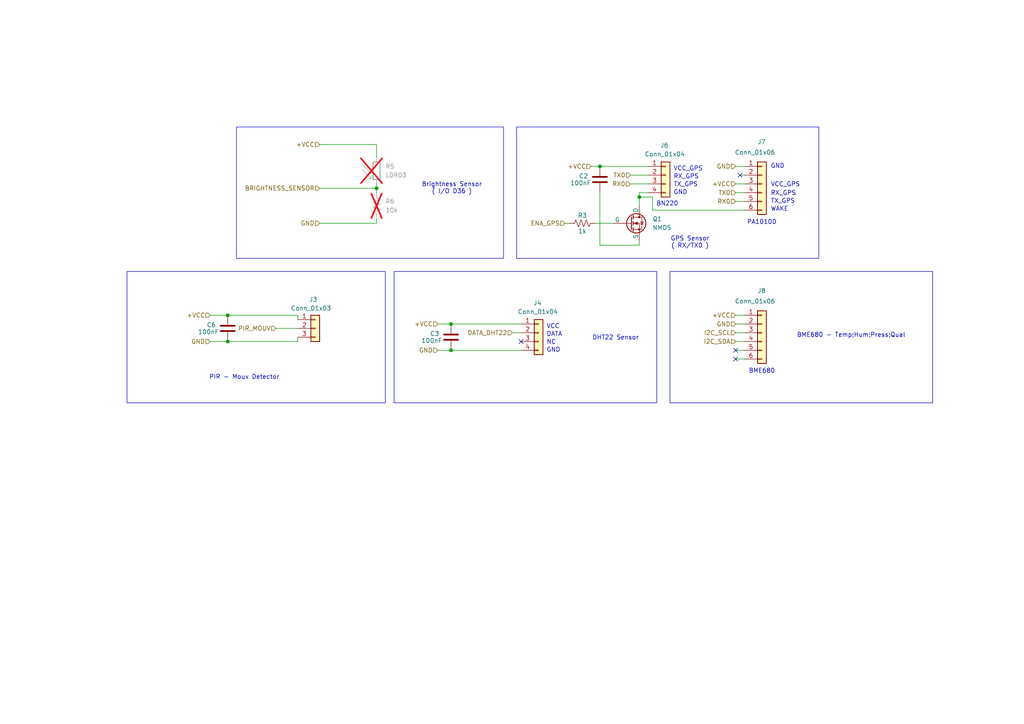
<source format=kicad_sch>
(kicad_sch (version 20250114) (generator "eeschema") (generator_version "9.0")
  (paper "A4")
  (title_block (title "Collecteur de données Animalières") (date "2025-11-28") (rev "A2") (company "Polytech Nantes - ETN4") (comment 1 "Architecture Collectuer de données") (comment 2 "Sensors Page"))
  (lib_symbols
    (symbol "Connector_Generic:Conn_01x03" (pin_names (offset 1.016) (hide yes))
      (property "Reference" "J" (at 0 5.08 0))
      (property "Value" "Conn_01x03" (at 0 -5.08 0))
      (symbol "Conn_01x03_1_1"
        (rectangle (start -1.27 3.81) (end 1.27 -3.81) (stroke (width 0.254)) (fill (type background)))
        (rectangle (start -1.27 2.667) (end 0 2.413) (stroke (width 0.1524)))
        (rectangle (start -1.27 0.127) (end 0 -0.127) (stroke (width 0.1524)))
        (rectangle (start -1.27 -2.413) (end 0 -2.667) (stroke (width 0.1524)))
        (pin passive line (at -5.08 2.54 0) (length 3.81) (name "Pin_1") (number "1"))
        (pin passive line (at -5.08 0 0) (length 3.81) (name "Pin_2") (number "2"))
        (pin passive line (at -5.08 -2.54 0) (length 3.81) (name "Pin_3") (number "3"))
      )
    )
    (symbol "Connector_Generic:Conn_01x04" (pin_names (offset 1.016) (hide yes))
      (property "Reference" "J" (at 0 5.08 0))
      (property "Value" "Conn_01x04" (at 0 -7.62 0))
      (symbol "Conn_01x04_1_1"
        (rectangle (start -1.27 3.81) (end 1.27 -6.35) (stroke (width 0.254)) (fill (type background)))
        (rectangle (start -1.27 2.667) (end 0 2.413) (stroke (width 0.1524)))
        (rectangle (start -1.27 0.127) (end 0 -0.127) (stroke (width 0.1524)))
        (rectangle (start -1.27 -2.413) (end 0 -2.667) (stroke (width 0.1524)))
        (rectangle (start -1.27 -4.953) (end 0 -5.207) (stroke (width 0.1524)))
        (pin passive line (at -5.08 2.54 0) (length 3.81) (name "Pin_1") (number "1"))
        (pin passive line (at -5.08 0 0) (length 3.81) (name "Pin_2") (number "2"))
        (pin passive line (at -5.08 -2.54 0) (length 3.81) (name "Pin_3") (number "3"))
        (pin passive line (at -5.08 -5.08 0) (length 3.81) (name "Pin_4") (number "4"))
      )
    )
    (symbol "Connector_Generic:Conn_01x06" (pin_names (offset 1.016) (hide yes))
      (property "Reference" "J" (at 0 7.62 0))
      (property "Value" "Conn_01x06" (at 0 -10.16 0))
      (symbol "Conn_01x06_1_1"
        (rectangle (start -1.27 6.35) (end 1.27 -8.89) (stroke (width 0.254)) (fill (type background)))
        (rectangle (start -1.27 5.207) (end 0 4.953) (stroke (width 0.1524)))
        (rectangle (start -1.27 2.667) (end 0 2.413) (stroke (width 0.1524)))
        (rectangle (start -1.27 0.127) (end 0 -0.127) (stroke (width 0.1524)))
        (rectangle (start -1.27 -2.413) (end 0 -2.667) (stroke (width 0.1524)))
        (rectangle (start -1.27 -4.953) (end 0 -5.207) (stroke (width 0.1524)))
        (rectangle (start -1.27 -7.493) (end 0 -7.747) (stroke (width 0.1524)))
        (pin passive line (at -5.08 5.08 0) (length 3.81) (name "Pin_1") (number "1"))
        (pin passive line (at -5.08 2.54 0) (length 3.81) (name "Pin_2") (number "2"))
        (pin passive line (at -5.08 0 0) (length 3.81) (name "Pin_3") (number "3"))
        (pin passive line (at -5.08 -2.54 0) (length 3.81) (name "Pin_4") (number "4"))
        (pin passive line (at -5.08 -5.08 0) (length 3.81) (name "Pin_5") (number "5"))
        (pin passive line (at -5.08 -7.62 0) (length 3.81) (name "Pin_6") (number "6"))
      )
    )
    (symbol "Device:C" (pin_numbers (hide yes)) (pin_names (offset 0.254))
      (property "Reference" "C" (at 0.635 2.54 0))
      (property "Value" "C" (at 0.635 -2.54 0))
      (symbol "C_0_1"
        (polyline (pts (xy -2.032 0.762) (xy 2.032 0.762)) (stroke (width 0.508)))
        (polyline (pts (xy -2.032 -0.762) (xy 2.032 -0.762)) (stroke (width 0.508)))
      )
      (symbol "C_1_1"
        (pin passive line (at 0 3.81 270) (length 2.794) (name "~") (number "1"))
        (pin passive line (at 0 -3.81 90) (length 2.794) (name "~") (number "2"))
      )
    )
    (symbol "Device:R_US" (pin_numbers (hide yes)) (pin_names (offset 0))
      (property "Reference" "R" (at 2.54 0 90))
      (property "Value" "R_US" (at -2.54 0 90))
      (symbol "R_US_0_1"
        (polyline (pts (xy 0 2.286) (xy 0 2.54)))
        (polyline (pts (xy 0 2.286) (xy 1.016 1.905) (xy 0 1.524) (xy -1.016 1.143) (xy 0 0.762)))
        (polyline (pts (xy 0 0.762) (xy 1.016 0.381) (xy 0 0) (xy -1.016 -0.381) (xy 0 -0.762)))
        (polyline (pts (xy 0 -0.762) (xy 1.016 -1.143) (xy 0 -1.524) (xy -1.016 -1.905) (xy 0 -2.286)))
        (polyline (pts (xy 0 -2.286) (xy 0 -2.54)))
      )
      (symbol "R_US_1_1"
        (pin passive line (at 0 3.81 270) (length 1.27) (name "~") (number "1"))
        (pin passive line (at 0 -3.81 90) (length 1.27) (name "~") (number "2"))
      )
    )
    (symbol "Sensor_Optical:LDR03" (pin_numbers (hide yes)) (pin_names (offset 0))
      (property "Reference" "R" (at -5.08 0 90))
      (property "Value" "LDR03" (at 1.905 0 90))
      (symbol "LDR03_0_1"
        (polyline (pts (xy -1.524 -0.762) (xy -4.064 1.778)))
        (polyline (pts (xy -1.524 -0.762) (xy -2.286 -0.762)))
        (polyline (pts (xy -1.524 -0.762) (xy -1.524 0)))
        (polyline (pts (xy -1.524 -2.286) (xy -4.064 0.254)))
        (polyline (pts (xy -1.524 -2.286) (xy -2.286 -2.286)))
        (polyline (pts (xy -1.524 -2.286) (xy -1.524 -1.524)))
        (rectangle (start -1.016 2.54) (end 1.016 -2.54) (stroke (width 0.254)))
      )
      (symbol "LDR03_1_1"
        (pin passive line (at 0 3.81 270) (length 1.27) (name "~") (number "1"))
        (pin passive line (at 0 -3.81 90) (length 1.27) (name "~") (number "2"))
      )
    )
    (symbol "Simulation_SPICE:NMOS" (pin_numbers (hide yes)) (pin_names (offset 0))
      (property "Reference" "Q" (at 5.08 1.27 0))
      (property "Value" "NMOS" (at 5.08 -1.27 0))
      (symbol "NMOS_0_1"
        (polyline (pts (xy 0.254 1.905) (xy 0.254 -1.905)) (stroke (width 0.254)))
        (polyline (pts (xy 0.254 0) (xy -2.54 0)))
        (polyline (pts (xy 0.762 2.286) (xy 0.762 1.27)) (stroke (width 0.254)))
        (polyline (pts (xy 0.762 0.508) (xy 0.762 -0.508)) (stroke (width 0.254)))
        (polyline (pts (xy 0.762 -1.27) (xy 0.762 -2.286)) (stroke (width 0.254)))
        (polyline (pts (xy 0.762 -1.778) (xy 3.302 -1.778) (xy 3.302 1.778) (xy 0.762 1.778)))
        (polyline (pts (xy 1.016 0) (xy 2.032 0.381) (xy 2.032 -0.381) (xy 1.016 0)) (fill (type outline)))
        (circle (center 1.651 0) (radius 2.794) (stroke (width 0.254)))
        (polyline (pts (xy 2.54 2.54) (xy 2.54 1.778)))
        (circle (center 2.54 1.778) (radius 0.254) (fill (type outline)))
        (circle (center 2.54 -1.778) (radius 0.254) (fill (type outline)))
        (polyline (pts (xy 2.54 -2.54) (xy 2.54 0) (xy 0.762 0)))
        (polyline (pts (xy 2.794 0.508) (xy 2.921 0.381) (xy 3.683 0.381) (xy 3.81 0.254)))
        (polyline (pts (xy 3.302 0.381) (xy 2.921 -0.254) (xy 3.683 -0.254) (xy 3.302 0.381)))
      )
      (symbol "NMOS_1_1"
        (pin input line (at -5.08 0 0) (length 2.54) (name "G") (number "2"))
        (pin passive line (at 2.54 5.08 270) (length 2.54) (name "D") (number "1"))
        (pin passive line (at 2.54 -5.08 90) (length 2.54) (name "S") (number "3"))
      )
    )
  )
  (rectangle (start 114.3 78.74) (end 190.5 116.84))
  (rectangle (start 36.83 78.74) (end 111.76 116.84))
  (rectangle (start 194.31 78.74) (end 270.51 116.84))
  (rectangle (start 149.86 36.83) (end 237.49 74.93))
  (rectangle (start 68.58 36.83) (end 146.05 74.93))
  (text "RX_GPS\n" (at 195.326 51.308 0) (effects (font (size 1.27 1.27)) (justify left)))
  (text "NC\n" (at 158.496 99.314 0) (effects (font (size 1.27 1.27)) (justify left)))
  (text "PA1010D" (at 220.98 64.516 0) (effects (font (size 1.27 1.27))))
  (text "VCC" (at 158.496 94.742 0) (effects (font (size 1.27 1.27)) (justify left)))
  (text "GND" (at 158.496 101.6 0) (effects (font (size 1.27 1.27)) (justify left)))
  (text "VCC_GPS\n" (at 195.326 49.022 0) (effects (font (size 1.27 1.27)) (justify left)))
  (text "PIR - Mouv Detector" (at 70.866 109.474 0) (effects (font (size 1.27 1.27))))
  (text "DATA" (at 158.496 97.028 0) (effects (font (size 1.27 1.27)) (justify left)))
  (text "VCC_GPS\n" (at 223.52 53.594 0) (effects (font (size 1.27 1.27)) (justify left)))
  (text "TX_GPS\n" (at 195.326 53.594 0) (effects (font (size 1.27 1.27)) (justify left)))
  (text "TX_GPS\n" (at 223.52 58.42 0) (effects (font (size 1.27 1.27)) (justify left)))
  (text "BME680" (at 220.98 107.696 0) (effects (font (size 1.27 1.27))))
  (text "GND" (at 223.52 48.26 0) (effects (font (size 1.27 1.27)) (justify left)))
  (text "BN220\n" (at 193.548 59.182 0) (effects (font (size 1.27 1.27))))
  (text "GPS Sensor\n( RX/TX0 )" (at 200.152 70.358 0) (effects (font (size 1.27 1.27))))
  (text "RX_GPS\n" (at 223.52 56.134 0) (effects (font (size 1.27 1.27)) (justify left)))
  (text "WAKE" (at 223.52 60.706 0) (effects (font (size 1.27 1.27)) (justify left)))
  (text "GND" (at 195.326 55.88 0) (effects (font (size 1.27 1.27)) (justify left)))
  (text "Brightness Sensor\n( I/O D36 )" (at 131.064 54.61 0) (effects (font (size 1.27 1.27))))
  (text "BME680 - Temp;Hum;Press;Qual" (at 246.888 97.282 0) (effects (font (size 1.27 1.27))))
  (text "DHT22 Sensor\n" (at 178.562 98.044 0) (effects (font (size 1.27 1.27))))
  (junction (at 109.22 54.61))
  (junction (at 185.42 57.15))
  (junction (at 66.04 91.44))
  (junction (at 130.81 93.98))
  (junction (at 173.99 48.26))
  (junction (at 130.81 101.6))
  (junction (at 66.04 99.06))
  (no_connect (at 213.36 101.6))
  (no_connect (at 214.63 50.8))
  (no_connect (at 213.36 104.14))
  (no_connect (at 151.13 99.06))
  (wire (pts (xy 173.99 71.12) (xy 185.42 71.12)))
  (wire (pts (xy 92.71 54.61) (xy 109.22 54.61)))
  (wire (pts (xy 185.42 59.69) (xy 185.42 57.15)))
  (wire (pts (xy 213.36 58.42) (xy 215.9 58.42)))
  (wire (pts (xy 80.01 95.25) (xy 86.36 95.25)))
  (wire (pts (xy 185.42 55.88) (xy 187.96 55.88)))
  (wire (pts (xy 213.36 48.26) (xy 215.9 48.26)))
  (wire (pts (xy 109.22 54.61) (xy 109.22 55.88)))
  (wire (pts (xy 109.22 63.5) (xy 109.22 64.77)))
  (wire (pts (xy 109.22 41.91) (xy 109.22 45.72)))
  (wire (pts (xy 215.9 60.96) (xy 189.23 60.96)))
  (wire (pts (xy 109.22 53.34) (xy 109.22 54.61)))
  (wire (pts (xy 213.36 99.06) (xy 215.9 99.06)))
  (wire (pts (xy 182.88 50.8) (xy 187.96 50.8)))
  (wire (pts (xy 60.96 99.06) (xy 66.04 99.06)))
  (wire (pts (xy 60.96 91.44) (xy 66.04 91.44)))
  (wire (pts (xy 127 93.98) (xy 130.81 93.98)))
  (wire (pts (xy 172.72 64.77) (xy 177.8 64.77)))
  (wire (pts (xy 213.36 101.6) (xy 215.9 101.6)))
  (wire (pts (xy 214.63 50.8) (xy 215.9 50.8)))
  (wire (pts (xy 213.36 93.98) (xy 215.9 93.98)))
  (wire (pts (xy 92.71 64.77) (xy 109.22 64.77)))
  (wire (pts (xy 92.71 41.91) (xy 109.22 41.91)))
  (wire (pts (xy 130.81 101.6) (xy 151.13 101.6)))
  (wire (pts (xy 130.81 93.98) (xy 151.13 93.98)))
  (wire (pts (xy 185.42 57.15) (xy 185.42 55.88)))
  (wire (pts (xy 185.42 71.12) (xy 185.42 69.85)))
  (wire (pts (xy 213.36 91.44) (xy 215.9 91.44)))
  (wire (pts (xy 171.45 48.26) (xy 173.99 48.26)))
  (wire (pts (xy 66.04 99.06) (xy 86.36 99.06)))
  (wire (pts (xy 189.23 60.96) (xy 189.23 57.15)))
  (wire (pts (xy 127 101.6) (xy 130.81 101.6)))
  (wire (pts (xy 213.36 55.88) (xy 215.9 55.88)))
  (wire (pts (xy 148.59 96.52) (xy 151.13 96.52)))
  (wire (pts (xy 66.04 91.44) (xy 86.36 91.44)))
  (wire (pts (xy 86.36 91.44) (xy 86.36 92.71)))
  (wire (pts (xy 182.88 53.34) (xy 187.96 53.34)))
  (wire (pts (xy 173.99 48.26) (xy 187.96 48.26)))
  (wire (pts (xy 163.83 64.77) (xy 165.1 64.77)))
  (wire (pts (xy 189.23 57.15) (xy 185.42 57.15)))
  (wire (pts (xy 213.36 104.14) (xy 215.9 104.14)))
  (wire (pts (xy 213.36 96.52) (xy 215.9 96.52)))
  (wire (pts (xy 173.99 55.88) (xy 173.99 71.12)))
  (wire (pts (xy 213.36 53.34) (xy 215.9 53.34)))
  (wire (pts (xy 86.36 99.06) (xy 86.36 97.79)))
  (hierarchical_label "GND" (shape input) (at 127 101.6 180))
  (hierarchical_label "PIR_MOUV" (shape input) (at 80.01 95.25 180))
  (hierarchical_label "RX0" (shape input) (at 213.36 58.42 180))
  (hierarchical_label "DATA_DHT22" (shape input) (at 148.59 96.52 180))
  (hierarchical_label "GND" (shape input) (at 60.96 99.06 180))
  (hierarchical_label "GND" (shape input) (at 92.71 64.77 180))
  (hierarchical_label "TX0" (shape input) (at 182.88 50.8 180))
  (hierarchical_label "+VCC" (shape input) (at 213.36 53.34 180))
  (hierarchical_label "+VCC" (shape input) (at 171.45 48.26 180))
  (hierarchical_label "+VCC" (shape input) (at 60.96 91.44 180))
  (hierarchical_label "ENA_GPS" (shape input) (at 163.83 64.77 180))
  (hierarchical_label "+VCC" (shape input) (at 92.71 41.91 180))
  (hierarchical_label "BRIGHTNESS_SENSOR" (shape input) (at 92.71 54.61 180))
  (hierarchical_label "I2C_SCL" (shape input) (at 213.36 96.52 180))
  (hierarchical_label "GND" (shape input) (at 213.36 48.26 180))
  (hierarchical_label "+VCC" (shape input) (at 213.36 91.44 180))
  (hierarchical_label "RX0" (shape input) (at 182.88 53.34 180))
  (hierarchical_label "+VCC" (shape input) (at 127 93.98 180))
  (hierarchical_label "GND" (shape input) (at 213.36 93.98 180))
  (hierarchical_label "TX0" (shape input) (at 213.36 55.88 180))
  (hierarchical_label "I2C_SDA" (shape input) (at 213.36 99.06 180))
  (symbol (lib_id "Connector_Generic:Conn_01x04") (at 193.04 50.8 0) (unit 1)
    (property "Reference" "J6" (at 191.516 42.164 0) (effects (justify left)))
    (property "Value" "Conn_01x04" (at 186.944 44.704 0) (effects (justify left)))
    (property "Description" "Generic connector, single row, 01x04, script generated (kicad-library-utils/schlib/autogen/connector/)" (effects (hide yes)))
  )
  (symbol (lib_id "Sensor_Optical:LDR03") (at 109.22 49.53 0) (unit 1) (in_bom no) (dnp yes)
    (property "Reference" "R5" (at 111.76 48.2599 0) (effects (justify left)))
    (property "Value" "LDR03" (at 111.76 50.7999 0) (effects (justify left)))
    (property "Footprint" "OptoDevice:R_LDR_10x8.5mm_P7.6mm_Vertical" (effects (hide yes)))
    (property "Datasheet" "http://www.elektronica-componenten.nl/WebRoot/StoreNL/Shops/61422969/54F1/BA0C/C664/31B9/2173/C0A8/2AB9/2AEF/LDR03IMP.pdf" (effects (hide yes)))
    (property "Description" "light dependent resistor" (effects (hide yes)))
  )
  (symbol (lib_id "Connector_Generic:Conn_01x04") (at 156.21 96.52 0) (unit 1)
    (property "Reference" "J4" (at 154.686 87.884 0) (effects (justify left)))
    (property "Value" "Conn_01x04" (at 150.114 90.424 0) (effects (justify left)))
    (property "Description" "Generic connector, single row, 01x04, script generated (kicad-library-utils/schlib/autogen/connector/)" (effects (hide yes)))
  )
  (symbol (lib_id "Connector_Generic:Conn_01x06") (at 220.98 53.34 0) (unit 1)
    (property "Reference" "J7" (at 219.71 41.148 0) (effects (justify left)))
    (property "Value" "Conn_01x06" (at 213.106 44.196 0) (effects (justify left)))
    (property "Description" "Generic connector, single row, 01x06, script generated (kicad-library-utils/schlib/autogen/connector/)" (effects (hide yes)))
  )
  (symbol (lib_id "Device:C") (at 130.81 97.79 0) (unit 1)
    (property "Reference" "C3" (at 124.714 96.774 0) (effects (justify left)))
    (property "Value" "100nF" (at 122.174 98.806 0) (effects (justify left)))
    (property "Description" "Unpolarized capacitor" (effects (hide yes)))
  )
  (symbol (lib_id "Simulation_SPICE:NMOS") (at 182.88 64.77 0) (unit 1)
    (property "Reference" "Q1" (at 189.23 63.4999 0) (effects (justify left)))
    (property "Value" "NMOS" (at 189.23 66.0399 0) (effects (justify left)))
    (property "Datasheet" "https://ngspice.sourceforge.io/docs/ngspice-html-manual/manual.xhtml#cha_MOSFETs" (effects (hide yes)))
    (property "Description" "N-MOSFET transistor, drain/source/gate" (effects (hide yes)))
    (property "Sim.Device" "NMOS" (effects (hide yes)))
    (property "Sim.Type" "VDMOS" (effects (hide yes)))
    (property "Sim.Pins" "1=D 2=G 3=S" (effects (hide yes)))
  )
  (symbol (lib_id "Connector_Generic:Conn_01x06") (at 220.98 96.52 0) (unit 1)
    (property "Reference" "J8" (at 219.71 84.328 0) (effects (justify left)))
    (property "Value" "Conn_01x06" (at 213.106 87.376 0) (effects (justify left)))
    (property "Description" "Generic connector, single row, 01x06, script generated (kicad-library-utils/schlib/autogen/connector/)" (effects (hide yes)))
  )
  (symbol (lib_id "Device:C") (at 66.04 95.25 0) (unit 1)
    (property "Reference" "C6" (at 59.944 94.234 0) (effects (justify left)))
    (property "Value" "100nF" (at 57.404 96.266 0) (effects (justify left)))
    (property "Description" "Unpolarized capacitor" (effects (hide yes)))
  )
  (symbol (lib_id "Device:R_US") (at 168.91 64.77 90) (unit 1)
    (property "Reference" "R3" (at 168.91 62.484 90))
    (property "Value" "1k" (at 168.91 67.056 90))
    (property "Description" "Resistor, US symbol" (effects (hide yes)))
  )
  (symbol (lib_id "Device:R_US") (at 109.22 59.69 0) (unit 1) (in_bom no) (dnp yes)
    (property "Reference" "R6" (at 111.76 58.4199 0) (effects (justify left)))
    (property "Value" "10k" (at 111.76 60.9599 0) (effects (justify left)))
    (property "Description" "Resistor, US symbol" (effects (hide yes)))
  )
  (symbol (lib_id "Connector_Generic:Conn_01x03") (at 91.44 95.25 0) (unit 1)
    (property "Reference" "J3" (at 89.662 86.868 0) (effects (justify left)))
    (property "Value" "Conn_01x03" (at 84.328 89.408 0) (effects (justify left)))
    (property "Description" "Generic connector, single row, 01x03, script generated (kicad-library-utils/schlib/autogen/connector/)" (effects (hide yes)))
  )
  (symbol (lib_id "Device:C") (at 173.99 52.07 0) (unit 1)
    (property "Reference" "C2" (at 167.894 51.054 0) (effects (justify left)))
    (property "Value" "100nF" (at 165.354 53.086 0) (effects (justify left)))
    (property "Description" "Unpolarized capacitor" (effects (hide yes)))
  )
)
</source>
